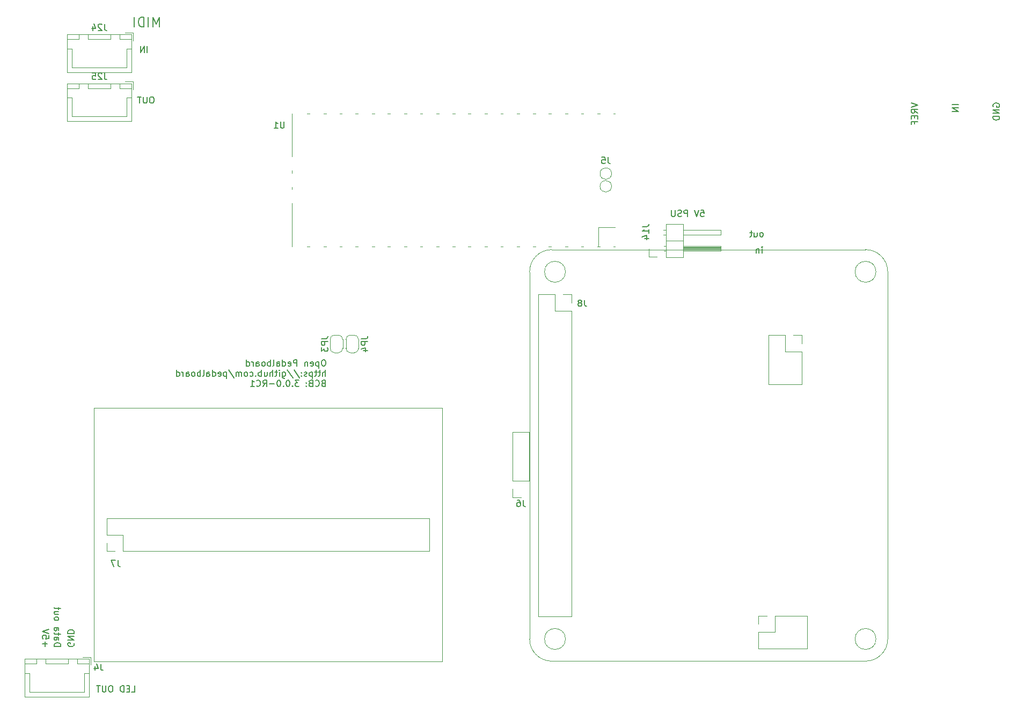
<source format=gbr>
%TF.GenerationSoftware,KiCad,Pcbnew,7.0.7-7.0.7~ubuntu23.04.1*%
%TF.CreationDate,2023-10-14T12:28:42+00:00*%
%TF.ProjectId,pedalboard-hw,70656461-6c62-46f6-9172-642d68772e6b,3.0.0-RC1*%
%TF.SameCoordinates,Original*%
%TF.FileFunction,Legend,Bot*%
%TF.FilePolarity,Positive*%
%FSLAX46Y46*%
G04 Gerber Fmt 4.6, Leading zero omitted, Abs format (unit mm)*
G04 Created by KiCad (PCBNEW 7.0.7-7.0.7~ubuntu23.04.1) date 2023-10-14 12:28:42*
%MOMM*%
%LPD*%
G01*
G04 APERTURE LIST*
%ADD10C,0.150000*%
%ADD11C,0.120000*%
%ADD12C,0.100000*%
G04 APERTURE END LIST*
D10*
X43082561Y-122139411D02*
X43130180Y-122234649D01*
X43130180Y-122234649D02*
X43130180Y-122377506D01*
X43130180Y-122377506D02*
X43082561Y-122520363D01*
X43082561Y-122520363D02*
X42987323Y-122615601D01*
X42987323Y-122615601D02*
X42892085Y-122663220D01*
X42892085Y-122663220D02*
X42701609Y-122710839D01*
X42701609Y-122710839D02*
X42558752Y-122710839D01*
X42558752Y-122710839D02*
X42368276Y-122663220D01*
X42368276Y-122663220D02*
X42273038Y-122615601D01*
X42273038Y-122615601D02*
X42177800Y-122520363D01*
X42177800Y-122520363D02*
X42130180Y-122377506D01*
X42130180Y-122377506D02*
X42130180Y-122282268D01*
X42130180Y-122282268D02*
X42177800Y-122139411D01*
X42177800Y-122139411D02*
X42225419Y-122091792D01*
X42225419Y-122091792D02*
X42558752Y-122091792D01*
X42558752Y-122091792D02*
X42558752Y-122282268D01*
X42130180Y-121663220D02*
X43130180Y-121663220D01*
X43130180Y-121663220D02*
X42130180Y-121091792D01*
X42130180Y-121091792D02*
X43130180Y-121091792D01*
X42130180Y-120615601D02*
X43130180Y-120615601D01*
X43130180Y-120615601D02*
X43130180Y-120377506D01*
X43130180Y-120377506D02*
X43082561Y-120234649D01*
X43082561Y-120234649D02*
X42987323Y-120139411D01*
X42987323Y-120139411D02*
X42892085Y-120091792D01*
X42892085Y-120091792D02*
X42701609Y-120044173D01*
X42701609Y-120044173D02*
X42558752Y-120044173D01*
X42558752Y-120044173D02*
X42368276Y-120091792D01*
X42368276Y-120091792D02*
X42273038Y-120139411D01*
X42273038Y-120139411D02*
X42177800Y-120234649D01*
X42177800Y-120234649D02*
X42130180Y-120377506D01*
X42130180Y-120377506D02*
X42130180Y-120615601D01*
X40012980Y-122663220D02*
X41012980Y-122663220D01*
X41012980Y-122663220D02*
X41012980Y-122425125D01*
X41012980Y-122425125D02*
X40965361Y-122282268D01*
X40965361Y-122282268D02*
X40870123Y-122187030D01*
X40870123Y-122187030D02*
X40774885Y-122139411D01*
X40774885Y-122139411D02*
X40584409Y-122091792D01*
X40584409Y-122091792D02*
X40441552Y-122091792D01*
X40441552Y-122091792D02*
X40251076Y-122139411D01*
X40251076Y-122139411D02*
X40155838Y-122187030D01*
X40155838Y-122187030D02*
X40060600Y-122282268D01*
X40060600Y-122282268D02*
X40012980Y-122425125D01*
X40012980Y-122425125D02*
X40012980Y-122663220D01*
X40012980Y-121234649D02*
X40536790Y-121234649D01*
X40536790Y-121234649D02*
X40632028Y-121282268D01*
X40632028Y-121282268D02*
X40679647Y-121377506D01*
X40679647Y-121377506D02*
X40679647Y-121567982D01*
X40679647Y-121567982D02*
X40632028Y-121663220D01*
X40060600Y-121234649D02*
X40012980Y-121329887D01*
X40012980Y-121329887D02*
X40012980Y-121567982D01*
X40012980Y-121567982D02*
X40060600Y-121663220D01*
X40060600Y-121663220D02*
X40155838Y-121710839D01*
X40155838Y-121710839D02*
X40251076Y-121710839D01*
X40251076Y-121710839D02*
X40346314Y-121663220D01*
X40346314Y-121663220D02*
X40393933Y-121567982D01*
X40393933Y-121567982D02*
X40393933Y-121329887D01*
X40393933Y-121329887D02*
X40441552Y-121234649D01*
X40679647Y-120901315D02*
X40679647Y-120520363D01*
X41012980Y-120758458D02*
X40155838Y-120758458D01*
X40155838Y-120758458D02*
X40060600Y-120710839D01*
X40060600Y-120710839D02*
X40012980Y-120615601D01*
X40012980Y-120615601D02*
X40012980Y-120520363D01*
X40012980Y-119758458D02*
X40536790Y-119758458D01*
X40536790Y-119758458D02*
X40632028Y-119806077D01*
X40632028Y-119806077D02*
X40679647Y-119901315D01*
X40679647Y-119901315D02*
X40679647Y-120091791D01*
X40679647Y-120091791D02*
X40632028Y-120187029D01*
X40060600Y-119758458D02*
X40012980Y-119853696D01*
X40012980Y-119853696D02*
X40012980Y-120091791D01*
X40012980Y-120091791D02*
X40060600Y-120187029D01*
X40060600Y-120187029D02*
X40155838Y-120234648D01*
X40155838Y-120234648D02*
X40251076Y-120234648D01*
X40251076Y-120234648D02*
X40346314Y-120187029D01*
X40346314Y-120187029D02*
X40393933Y-120091791D01*
X40393933Y-120091791D02*
X40393933Y-119853696D01*
X40393933Y-119853696D02*
X40441552Y-119758458D01*
X40012980Y-118377505D02*
X40060600Y-118472743D01*
X40060600Y-118472743D02*
X40108219Y-118520362D01*
X40108219Y-118520362D02*
X40203457Y-118567981D01*
X40203457Y-118567981D02*
X40489171Y-118567981D01*
X40489171Y-118567981D02*
X40584409Y-118520362D01*
X40584409Y-118520362D02*
X40632028Y-118472743D01*
X40632028Y-118472743D02*
X40679647Y-118377505D01*
X40679647Y-118377505D02*
X40679647Y-118234648D01*
X40679647Y-118234648D02*
X40632028Y-118139410D01*
X40632028Y-118139410D02*
X40584409Y-118091791D01*
X40584409Y-118091791D02*
X40489171Y-118044172D01*
X40489171Y-118044172D02*
X40203457Y-118044172D01*
X40203457Y-118044172D02*
X40108219Y-118091791D01*
X40108219Y-118091791D02*
X40060600Y-118139410D01*
X40060600Y-118139410D02*
X40012980Y-118234648D01*
X40012980Y-118234648D02*
X40012980Y-118377505D01*
X40679647Y-117187029D02*
X40012980Y-117187029D01*
X40679647Y-117615600D02*
X40155838Y-117615600D01*
X40155838Y-117615600D02*
X40060600Y-117567981D01*
X40060600Y-117567981D02*
X40012980Y-117472743D01*
X40012980Y-117472743D02*
X40012980Y-117329886D01*
X40012980Y-117329886D02*
X40060600Y-117234648D01*
X40060600Y-117234648D02*
X40108219Y-117187029D01*
X40679647Y-116853695D02*
X40679647Y-116472743D01*
X41012980Y-116710838D02*
X40155838Y-116710838D01*
X40155838Y-116710838D02*
X40060600Y-116663219D01*
X40060600Y-116663219D02*
X40012980Y-116567981D01*
X40012980Y-116567981D02*
X40012980Y-116472743D01*
X54663220Y-28869819D02*
X54663220Y-27869819D01*
X54187030Y-28869819D02*
X54187030Y-27869819D01*
X54187030Y-27869819D02*
X53615602Y-28869819D01*
X53615602Y-28869819D02*
X53615602Y-27869819D01*
X188147438Y-37436588D02*
X188099819Y-37341350D01*
X188099819Y-37341350D02*
X188099819Y-37198493D01*
X188099819Y-37198493D02*
X188147438Y-37055636D01*
X188147438Y-37055636D02*
X188242676Y-36960398D01*
X188242676Y-36960398D02*
X188337914Y-36912779D01*
X188337914Y-36912779D02*
X188528390Y-36865160D01*
X188528390Y-36865160D02*
X188671247Y-36865160D01*
X188671247Y-36865160D02*
X188861723Y-36912779D01*
X188861723Y-36912779D02*
X188956961Y-36960398D01*
X188956961Y-36960398D02*
X189052200Y-37055636D01*
X189052200Y-37055636D02*
X189099819Y-37198493D01*
X189099819Y-37198493D02*
X189099819Y-37293731D01*
X189099819Y-37293731D02*
X189052200Y-37436588D01*
X189052200Y-37436588D02*
X189004580Y-37484207D01*
X189004580Y-37484207D02*
X188671247Y-37484207D01*
X188671247Y-37484207D02*
X188671247Y-37293731D01*
X189099819Y-37912779D02*
X188099819Y-37912779D01*
X188099819Y-37912779D02*
X189099819Y-38484207D01*
X189099819Y-38484207D02*
X188099819Y-38484207D01*
X189099819Y-38960398D02*
X188099819Y-38960398D01*
X188099819Y-38960398D02*
X188099819Y-39198493D01*
X188099819Y-39198493D02*
X188147438Y-39341350D01*
X188147438Y-39341350D02*
X188242676Y-39436588D01*
X188242676Y-39436588D02*
X188337914Y-39484207D01*
X188337914Y-39484207D02*
X188528390Y-39531826D01*
X188528390Y-39531826D02*
X188671247Y-39531826D01*
X188671247Y-39531826D02*
X188861723Y-39484207D01*
X188861723Y-39484207D02*
X188956961Y-39436588D01*
X188956961Y-39436588D02*
X189052200Y-39341350D01*
X189052200Y-39341350D02*
X189099819Y-39198493D01*
X189099819Y-39198493D02*
X189099819Y-38960398D01*
X141987030Y-53769819D02*
X142463220Y-53769819D01*
X142463220Y-53769819D02*
X142510839Y-54246009D01*
X142510839Y-54246009D02*
X142463220Y-54198390D01*
X142463220Y-54198390D02*
X142367982Y-54150771D01*
X142367982Y-54150771D02*
X142129887Y-54150771D01*
X142129887Y-54150771D02*
X142034649Y-54198390D01*
X142034649Y-54198390D02*
X141987030Y-54246009D01*
X141987030Y-54246009D02*
X141939411Y-54341247D01*
X141939411Y-54341247D02*
X141939411Y-54579342D01*
X141939411Y-54579342D02*
X141987030Y-54674580D01*
X141987030Y-54674580D02*
X142034649Y-54722200D01*
X142034649Y-54722200D02*
X142129887Y-54769819D01*
X142129887Y-54769819D02*
X142367982Y-54769819D01*
X142367982Y-54769819D02*
X142463220Y-54722200D01*
X142463220Y-54722200D02*
X142510839Y-54674580D01*
X141653696Y-53769819D02*
X141320363Y-54769819D01*
X141320363Y-54769819D02*
X140987030Y-53769819D01*
X139891791Y-54769819D02*
X139891791Y-53769819D01*
X139891791Y-53769819D02*
X139510839Y-53769819D01*
X139510839Y-53769819D02*
X139415601Y-53817438D01*
X139415601Y-53817438D02*
X139367982Y-53865057D01*
X139367982Y-53865057D02*
X139320363Y-53960295D01*
X139320363Y-53960295D02*
X139320363Y-54103152D01*
X139320363Y-54103152D02*
X139367982Y-54198390D01*
X139367982Y-54198390D02*
X139415601Y-54246009D01*
X139415601Y-54246009D02*
X139510839Y-54293628D01*
X139510839Y-54293628D02*
X139891791Y-54293628D01*
X138939410Y-54722200D02*
X138796553Y-54769819D01*
X138796553Y-54769819D02*
X138558458Y-54769819D01*
X138558458Y-54769819D02*
X138463220Y-54722200D01*
X138463220Y-54722200D02*
X138415601Y-54674580D01*
X138415601Y-54674580D02*
X138367982Y-54579342D01*
X138367982Y-54579342D02*
X138367982Y-54484104D01*
X138367982Y-54484104D02*
X138415601Y-54388866D01*
X138415601Y-54388866D02*
X138463220Y-54341247D01*
X138463220Y-54341247D02*
X138558458Y-54293628D01*
X138558458Y-54293628D02*
X138748934Y-54246009D01*
X138748934Y-54246009D02*
X138844172Y-54198390D01*
X138844172Y-54198390D02*
X138891791Y-54150771D01*
X138891791Y-54150771D02*
X138939410Y-54055533D01*
X138939410Y-54055533D02*
X138939410Y-53960295D01*
X138939410Y-53960295D02*
X138891791Y-53865057D01*
X138891791Y-53865057D02*
X138844172Y-53817438D01*
X138844172Y-53817438D02*
X138748934Y-53769819D01*
X138748934Y-53769819D02*
X138510839Y-53769819D01*
X138510839Y-53769819D02*
X138367982Y-53817438D01*
X137939410Y-53769819D02*
X137939410Y-54579342D01*
X137939410Y-54579342D02*
X137891791Y-54674580D01*
X137891791Y-54674580D02*
X137844172Y-54722200D01*
X137844172Y-54722200D02*
X137748934Y-54769819D01*
X137748934Y-54769819D02*
X137558458Y-54769819D01*
X137558458Y-54769819D02*
X137463220Y-54722200D01*
X137463220Y-54722200D02*
X137415601Y-54674580D01*
X137415601Y-54674580D02*
X137367982Y-54579342D01*
X137367982Y-54579342D02*
X137367982Y-53769819D01*
X82572744Y-77399819D02*
X82382268Y-77399819D01*
X82382268Y-77399819D02*
X82287030Y-77447438D01*
X82287030Y-77447438D02*
X82191792Y-77542676D01*
X82191792Y-77542676D02*
X82144173Y-77733152D01*
X82144173Y-77733152D02*
X82144173Y-78066485D01*
X82144173Y-78066485D02*
X82191792Y-78256961D01*
X82191792Y-78256961D02*
X82287030Y-78352200D01*
X82287030Y-78352200D02*
X82382268Y-78399819D01*
X82382268Y-78399819D02*
X82572744Y-78399819D01*
X82572744Y-78399819D02*
X82667982Y-78352200D01*
X82667982Y-78352200D02*
X82763220Y-78256961D01*
X82763220Y-78256961D02*
X82810839Y-78066485D01*
X82810839Y-78066485D02*
X82810839Y-77733152D01*
X82810839Y-77733152D02*
X82763220Y-77542676D01*
X82763220Y-77542676D02*
X82667982Y-77447438D01*
X82667982Y-77447438D02*
X82572744Y-77399819D01*
X81715601Y-77733152D02*
X81715601Y-78733152D01*
X81715601Y-77780771D02*
X81620363Y-77733152D01*
X81620363Y-77733152D02*
X81429887Y-77733152D01*
X81429887Y-77733152D02*
X81334649Y-77780771D01*
X81334649Y-77780771D02*
X81287030Y-77828390D01*
X81287030Y-77828390D02*
X81239411Y-77923628D01*
X81239411Y-77923628D02*
X81239411Y-78209342D01*
X81239411Y-78209342D02*
X81287030Y-78304580D01*
X81287030Y-78304580D02*
X81334649Y-78352200D01*
X81334649Y-78352200D02*
X81429887Y-78399819D01*
X81429887Y-78399819D02*
X81620363Y-78399819D01*
X81620363Y-78399819D02*
X81715601Y-78352200D01*
X80429887Y-78352200D02*
X80525125Y-78399819D01*
X80525125Y-78399819D02*
X80715601Y-78399819D01*
X80715601Y-78399819D02*
X80810839Y-78352200D01*
X80810839Y-78352200D02*
X80858458Y-78256961D01*
X80858458Y-78256961D02*
X80858458Y-77876009D01*
X80858458Y-77876009D02*
X80810839Y-77780771D01*
X80810839Y-77780771D02*
X80715601Y-77733152D01*
X80715601Y-77733152D02*
X80525125Y-77733152D01*
X80525125Y-77733152D02*
X80429887Y-77780771D01*
X80429887Y-77780771D02*
X80382268Y-77876009D01*
X80382268Y-77876009D02*
X80382268Y-77971247D01*
X80382268Y-77971247D02*
X80858458Y-78066485D01*
X79953696Y-77733152D02*
X79953696Y-78399819D01*
X79953696Y-77828390D02*
X79906077Y-77780771D01*
X79906077Y-77780771D02*
X79810839Y-77733152D01*
X79810839Y-77733152D02*
X79667982Y-77733152D01*
X79667982Y-77733152D02*
X79572744Y-77780771D01*
X79572744Y-77780771D02*
X79525125Y-77876009D01*
X79525125Y-77876009D02*
X79525125Y-78399819D01*
X78287029Y-78399819D02*
X78287029Y-77399819D01*
X78287029Y-77399819D02*
X77906077Y-77399819D01*
X77906077Y-77399819D02*
X77810839Y-77447438D01*
X77810839Y-77447438D02*
X77763220Y-77495057D01*
X77763220Y-77495057D02*
X77715601Y-77590295D01*
X77715601Y-77590295D02*
X77715601Y-77733152D01*
X77715601Y-77733152D02*
X77763220Y-77828390D01*
X77763220Y-77828390D02*
X77810839Y-77876009D01*
X77810839Y-77876009D02*
X77906077Y-77923628D01*
X77906077Y-77923628D02*
X78287029Y-77923628D01*
X76906077Y-78352200D02*
X77001315Y-78399819D01*
X77001315Y-78399819D02*
X77191791Y-78399819D01*
X77191791Y-78399819D02*
X77287029Y-78352200D01*
X77287029Y-78352200D02*
X77334648Y-78256961D01*
X77334648Y-78256961D02*
X77334648Y-77876009D01*
X77334648Y-77876009D02*
X77287029Y-77780771D01*
X77287029Y-77780771D02*
X77191791Y-77733152D01*
X77191791Y-77733152D02*
X77001315Y-77733152D01*
X77001315Y-77733152D02*
X76906077Y-77780771D01*
X76906077Y-77780771D02*
X76858458Y-77876009D01*
X76858458Y-77876009D02*
X76858458Y-77971247D01*
X76858458Y-77971247D02*
X77334648Y-78066485D01*
X76001315Y-78399819D02*
X76001315Y-77399819D01*
X76001315Y-78352200D02*
X76096553Y-78399819D01*
X76096553Y-78399819D02*
X76287029Y-78399819D01*
X76287029Y-78399819D02*
X76382267Y-78352200D01*
X76382267Y-78352200D02*
X76429886Y-78304580D01*
X76429886Y-78304580D02*
X76477505Y-78209342D01*
X76477505Y-78209342D02*
X76477505Y-77923628D01*
X76477505Y-77923628D02*
X76429886Y-77828390D01*
X76429886Y-77828390D02*
X76382267Y-77780771D01*
X76382267Y-77780771D02*
X76287029Y-77733152D01*
X76287029Y-77733152D02*
X76096553Y-77733152D01*
X76096553Y-77733152D02*
X76001315Y-77780771D01*
X75096553Y-78399819D02*
X75096553Y-77876009D01*
X75096553Y-77876009D02*
X75144172Y-77780771D01*
X75144172Y-77780771D02*
X75239410Y-77733152D01*
X75239410Y-77733152D02*
X75429886Y-77733152D01*
X75429886Y-77733152D02*
X75525124Y-77780771D01*
X75096553Y-78352200D02*
X75191791Y-78399819D01*
X75191791Y-78399819D02*
X75429886Y-78399819D01*
X75429886Y-78399819D02*
X75525124Y-78352200D01*
X75525124Y-78352200D02*
X75572743Y-78256961D01*
X75572743Y-78256961D02*
X75572743Y-78161723D01*
X75572743Y-78161723D02*
X75525124Y-78066485D01*
X75525124Y-78066485D02*
X75429886Y-78018866D01*
X75429886Y-78018866D02*
X75191791Y-78018866D01*
X75191791Y-78018866D02*
X75096553Y-77971247D01*
X74477505Y-78399819D02*
X74572743Y-78352200D01*
X74572743Y-78352200D02*
X74620362Y-78256961D01*
X74620362Y-78256961D02*
X74620362Y-77399819D01*
X74096552Y-78399819D02*
X74096552Y-77399819D01*
X74096552Y-77780771D02*
X74001314Y-77733152D01*
X74001314Y-77733152D02*
X73810838Y-77733152D01*
X73810838Y-77733152D02*
X73715600Y-77780771D01*
X73715600Y-77780771D02*
X73667981Y-77828390D01*
X73667981Y-77828390D02*
X73620362Y-77923628D01*
X73620362Y-77923628D02*
X73620362Y-78209342D01*
X73620362Y-78209342D02*
X73667981Y-78304580D01*
X73667981Y-78304580D02*
X73715600Y-78352200D01*
X73715600Y-78352200D02*
X73810838Y-78399819D01*
X73810838Y-78399819D02*
X74001314Y-78399819D01*
X74001314Y-78399819D02*
X74096552Y-78352200D01*
X73048933Y-78399819D02*
X73144171Y-78352200D01*
X73144171Y-78352200D02*
X73191790Y-78304580D01*
X73191790Y-78304580D02*
X73239409Y-78209342D01*
X73239409Y-78209342D02*
X73239409Y-77923628D01*
X73239409Y-77923628D02*
X73191790Y-77828390D01*
X73191790Y-77828390D02*
X73144171Y-77780771D01*
X73144171Y-77780771D02*
X73048933Y-77733152D01*
X73048933Y-77733152D02*
X72906076Y-77733152D01*
X72906076Y-77733152D02*
X72810838Y-77780771D01*
X72810838Y-77780771D02*
X72763219Y-77828390D01*
X72763219Y-77828390D02*
X72715600Y-77923628D01*
X72715600Y-77923628D02*
X72715600Y-78209342D01*
X72715600Y-78209342D02*
X72763219Y-78304580D01*
X72763219Y-78304580D02*
X72810838Y-78352200D01*
X72810838Y-78352200D02*
X72906076Y-78399819D01*
X72906076Y-78399819D02*
X73048933Y-78399819D01*
X71858457Y-78399819D02*
X71858457Y-77876009D01*
X71858457Y-77876009D02*
X71906076Y-77780771D01*
X71906076Y-77780771D02*
X72001314Y-77733152D01*
X72001314Y-77733152D02*
X72191790Y-77733152D01*
X72191790Y-77733152D02*
X72287028Y-77780771D01*
X71858457Y-78352200D02*
X71953695Y-78399819D01*
X71953695Y-78399819D02*
X72191790Y-78399819D01*
X72191790Y-78399819D02*
X72287028Y-78352200D01*
X72287028Y-78352200D02*
X72334647Y-78256961D01*
X72334647Y-78256961D02*
X72334647Y-78161723D01*
X72334647Y-78161723D02*
X72287028Y-78066485D01*
X72287028Y-78066485D02*
X72191790Y-78018866D01*
X72191790Y-78018866D02*
X71953695Y-78018866D01*
X71953695Y-78018866D02*
X71858457Y-77971247D01*
X71382266Y-78399819D02*
X71382266Y-77733152D01*
X71382266Y-77923628D02*
X71334647Y-77828390D01*
X71334647Y-77828390D02*
X71287028Y-77780771D01*
X71287028Y-77780771D02*
X71191790Y-77733152D01*
X71191790Y-77733152D02*
X71096552Y-77733152D01*
X70334647Y-78399819D02*
X70334647Y-77399819D01*
X70334647Y-78352200D02*
X70429885Y-78399819D01*
X70429885Y-78399819D02*
X70620361Y-78399819D01*
X70620361Y-78399819D02*
X70715599Y-78352200D01*
X70715599Y-78352200D02*
X70763218Y-78304580D01*
X70763218Y-78304580D02*
X70810837Y-78209342D01*
X70810837Y-78209342D02*
X70810837Y-77923628D01*
X70810837Y-77923628D02*
X70763218Y-77828390D01*
X70763218Y-77828390D02*
X70715599Y-77780771D01*
X70715599Y-77780771D02*
X70620361Y-77733152D01*
X70620361Y-77733152D02*
X70429885Y-77733152D01*
X70429885Y-77733152D02*
X70334647Y-77780771D01*
X82763220Y-80009819D02*
X82763220Y-79009819D01*
X82334649Y-80009819D02*
X82334649Y-79486009D01*
X82334649Y-79486009D02*
X82382268Y-79390771D01*
X82382268Y-79390771D02*
X82477506Y-79343152D01*
X82477506Y-79343152D02*
X82620363Y-79343152D01*
X82620363Y-79343152D02*
X82715601Y-79390771D01*
X82715601Y-79390771D02*
X82763220Y-79438390D01*
X82001315Y-79343152D02*
X81620363Y-79343152D01*
X81858458Y-79009819D02*
X81858458Y-79866961D01*
X81858458Y-79866961D02*
X81810839Y-79962200D01*
X81810839Y-79962200D02*
X81715601Y-80009819D01*
X81715601Y-80009819D02*
X81620363Y-80009819D01*
X81429886Y-79343152D02*
X81048934Y-79343152D01*
X81287029Y-79009819D02*
X81287029Y-79866961D01*
X81287029Y-79866961D02*
X81239410Y-79962200D01*
X81239410Y-79962200D02*
X81144172Y-80009819D01*
X81144172Y-80009819D02*
X81048934Y-80009819D01*
X80715600Y-79343152D02*
X80715600Y-80343152D01*
X80715600Y-79390771D02*
X80620362Y-79343152D01*
X80620362Y-79343152D02*
X80429886Y-79343152D01*
X80429886Y-79343152D02*
X80334648Y-79390771D01*
X80334648Y-79390771D02*
X80287029Y-79438390D01*
X80287029Y-79438390D02*
X80239410Y-79533628D01*
X80239410Y-79533628D02*
X80239410Y-79819342D01*
X80239410Y-79819342D02*
X80287029Y-79914580D01*
X80287029Y-79914580D02*
X80334648Y-79962200D01*
X80334648Y-79962200D02*
X80429886Y-80009819D01*
X80429886Y-80009819D02*
X80620362Y-80009819D01*
X80620362Y-80009819D02*
X80715600Y-79962200D01*
X79858457Y-79962200D02*
X79763219Y-80009819D01*
X79763219Y-80009819D02*
X79572743Y-80009819D01*
X79572743Y-80009819D02*
X79477505Y-79962200D01*
X79477505Y-79962200D02*
X79429886Y-79866961D01*
X79429886Y-79866961D02*
X79429886Y-79819342D01*
X79429886Y-79819342D02*
X79477505Y-79724104D01*
X79477505Y-79724104D02*
X79572743Y-79676485D01*
X79572743Y-79676485D02*
X79715600Y-79676485D01*
X79715600Y-79676485D02*
X79810838Y-79628866D01*
X79810838Y-79628866D02*
X79858457Y-79533628D01*
X79858457Y-79533628D02*
X79858457Y-79486009D01*
X79858457Y-79486009D02*
X79810838Y-79390771D01*
X79810838Y-79390771D02*
X79715600Y-79343152D01*
X79715600Y-79343152D02*
X79572743Y-79343152D01*
X79572743Y-79343152D02*
X79477505Y-79390771D01*
X79001314Y-79914580D02*
X78953695Y-79962200D01*
X78953695Y-79962200D02*
X79001314Y-80009819D01*
X79001314Y-80009819D02*
X79048933Y-79962200D01*
X79048933Y-79962200D02*
X79001314Y-79914580D01*
X79001314Y-79914580D02*
X79001314Y-80009819D01*
X79001314Y-79390771D02*
X78953695Y-79438390D01*
X78953695Y-79438390D02*
X79001314Y-79486009D01*
X79001314Y-79486009D02*
X79048933Y-79438390D01*
X79048933Y-79438390D02*
X79001314Y-79390771D01*
X79001314Y-79390771D02*
X79001314Y-79486009D01*
X77810839Y-78962200D02*
X78667981Y-80247914D01*
X76763220Y-78962200D02*
X77620362Y-80247914D01*
X76001315Y-79343152D02*
X76001315Y-80152676D01*
X76001315Y-80152676D02*
X76048934Y-80247914D01*
X76048934Y-80247914D02*
X76096553Y-80295533D01*
X76096553Y-80295533D02*
X76191791Y-80343152D01*
X76191791Y-80343152D02*
X76334648Y-80343152D01*
X76334648Y-80343152D02*
X76429886Y-80295533D01*
X76001315Y-79962200D02*
X76096553Y-80009819D01*
X76096553Y-80009819D02*
X76287029Y-80009819D01*
X76287029Y-80009819D02*
X76382267Y-79962200D01*
X76382267Y-79962200D02*
X76429886Y-79914580D01*
X76429886Y-79914580D02*
X76477505Y-79819342D01*
X76477505Y-79819342D02*
X76477505Y-79533628D01*
X76477505Y-79533628D02*
X76429886Y-79438390D01*
X76429886Y-79438390D02*
X76382267Y-79390771D01*
X76382267Y-79390771D02*
X76287029Y-79343152D01*
X76287029Y-79343152D02*
X76096553Y-79343152D01*
X76096553Y-79343152D02*
X76001315Y-79390771D01*
X75525124Y-80009819D02*
X75525124Y-79343152D01*
X75525124Y-79009819D02*
X75572743Y-79057438D01*
X75572743Y-79057438D02*
X75525124Y-79105057D01*
X75525124Y-79105057D02*
X75477505Y-79057438D01*
X75477505Y-79057438D02*
X75525124Y-79009819D01*
X75525124Y-79009819D02*
X75525124Y-79105057D01*
X75191791Y-79343152D02*
X74810839Y-79343152D01*
X75048934Y-79009819D02*
X75048934Y-79866961D01*
X75048934Y-79866961D02*
X75001315Y-79962200D01*
X75001315Y-79962200D02*
X74906077Y-80009819D01*
X74906077Y-80009819D02*
X74810839Y-80009819D01*
X74477505Y-80009819D02*
X74477505Y-79009819D01*
X74048934Y-80009819D02*
X74048934Y-79486009D01*
X74048934Y-79486009D02*
X74096553Y-79390771D01*
X74096553Y-79390771D02*
X74191791Y-79343152D01*
X74191791Y-79343152D02*
X74334648Y-79343152D01*
X74334648Y-79343152D02*
X74429886Y-79390771D01*
X74429886Y-79390771D02*
X74477505Y-79438390D01*
X73144172Y-79343152D02*
X73144172Y-80009819D01*
X73572743Y-79343152D02*
X73572743Y-79866961D01*
X73572743Y-79866961D02*
X73525124Y-79962200D01*
X73525124Y-79962200D02*
X73429886Y-80009819D01*
X73429886Y-80009819D02*
X73287029Y-80009819D01*
X73287029Y-80009819D02*
X73191791Y-79962200D01*
X73191791Y-79962200D02*
X73144172Y-79914580D01*
X72667981Y-80009819D02*
X72667981Y-79009819D01*
X72667981Y-79390771D02*
X72572743Y-79343152D01*
X72572743Y-79343152D02*
X72382267Y-79343152D01*
X72382267Y-79343152D02*
X72287029Y-79390771D01*
X72287029Y-79390771D02*
X72239410Y-79438390D01*
X72239410Y-79438390D02*
X72191791Y-79533628D01*
X72191791Y-79533628D02*
X72191791Y-79819342D01*
X72191791Y-79819342D02*
X72239410Y-79914580D01*
X72239410Y-79914580D02*
X72287029Y-79962200D01*
X72287029Y-79962200D02*
X72382267Y-80009819D01*
X72382267Y-80009819D02*
X72572743Y-80009819D01*
X72572743Y-80009819D02*
X72667981Y-79962200D01*
X71763219Y-79914580D02*
X71715600Y-79962200D01*
X71715600Y-79962200D02*
X71763219Y-80009819D01*
X71763219Y-80009819D02*
X71810838Y-79962200D01*
X71810838Y-79962200D02*
X71763219Y-79914580D01*
X71763219Y-79914580D02*
X71763219Y-80009819D01*
X70858458Y-79962200D02*
X70953696Y-80009819D01*
X70953696Y-80009819D02*
X71144172Y-80009819D01*
X71144172Y-80009819D02*
X71239410Y-79962200D01*
X71239410Y-79962200D02*
X71287029Y-79914580D01*
X71287029Y-79914580D02*
X71334648Y-79819342D01*
X71334648Y-79819342D02*
X71334648Y-79533628D01*
X71334648Y-79533628D02*
X71287029Y-79438390D01*
X71287029Y-79438390D02*
X71239410Y-79390771D01*
X71239410Y-79390771D02*
X71144172Y-79343152D01*
X71144172Y-79343152D02*
X70953696Y-79343152D01*
X70953696Y-79343152D02*
X70858458Y-79390771D01*
X70287029Y-80009819D02*
X70382267Y-79962200D01*
X70382267Y-79962200D02*
X70429886Y-79914580D01*
X70429886Y-79914580D02*
X70477505Y-79819342D01*
X70477505Y-79819342D02*
X70477505Y-79533628D01*
X70477505Y-79533628D02*
X70429886Y-79438390D01*
X70429886Y-79438390D02*
X70382267Y-79390771D01*
X70382267Y-79390771D02*
X70287029Y-79343152D01*
X70287029Y-79343152D02*
X70144172Y-79343152D01*
X70144172Y-79343152D02*
X70048934Y-79390771D01*
X70048934Y-79390771D02*
X70001315Y-79438390D01*
X70001315Y-79438390D02*
X69953696Y-79533628D01*
X69953696Y-79533628D02*
X69953696Y-79819342D01*
X69953696Y-79819342D02*
X70001315Y-79914580D01*
X70001315Y-79914580D02*
X70048934Y-79962200D01*
X70048934Y-79962200D02*
X70144172Y-80009819D01*
X70144172Y-80009819D02*
X70287029Y-80009819D01*
X69525124Y-80009819D02*
X69525124Y-79343152D01*
X69525124Y-79438390D02*
X69477505Y-79390771D01*
X69477505Y-79390771D02*
X69382267Y-79343152D01*
X69382267Y-79343152D02*
X69239410Y-79343152D01*
X69239410Y-79343152D02*
X69144172Y-79390771D01*
X69144172Y-79390771D02*
X69096553Y-79486009D01*
X69096553Y-79486009D02*
X69096553Y-80009819D01*
X69096553Y-79486009D02*
X69048934Y-79390771D01*
X69048934Y-79390771D02*
X68953696Y-79343152D01*
X68953696Y-79343152D02*
X68810839Y-79343152D01*
X68810839Y-79343152D02*
X68715600Y-79390771D01*
X68715600Y-79390771D02*
X68667981Y-79486009D01*
X68667981Y-79486009D02*
X68667981Y-80009819D01*
X67477506Y-78962200D02*
X68334648Y-80247914D01*
X67144172Y-79343152D02*
X67144172Y-80343152D01*
X67144172Y-79390771D02*
X67048934Y-79343152D01*
X67048934Y-79343152D02*
X66858458Y-79343152D01*
X66858458Y-79343152D02*
X66763220Y-79390771D01*
X66763220Y-79390771D02*
X66715601Y-79438390D01*
X66715601Y-79438390D02*
X66667982Y-79533628D01*
X66667982Y-79533628D02*
X66667982Y-79819342D01*
X66667982Y-79819342D02*
X66715601Y-79914580D01*
X66715601Y-79914580D02*
X66763220Y-79962200D01*
X66763220Y-79962200D02*
X66858458Y-80009819D01*
X66858458Y-80009819D02*
X67048934Y-80009819D01*
X67048934Y-80009819D02*
X67144172Y-79962200D01*
X65858458Y-79962200D02*
X65953696Y-80009819D01*
X65953696Y-80009819D02*
X66144172Y-80009819D01*
X66144172Y-80009819D02*
X66239410Y-79962200D01*
X66239410Y-79962200D02*
X66287029Y-79866961D01*
X66287029Y-79866961D02*
X66287029Y-79486009D01*
X66287029Y-79486009D02*
X66239410Y-79390771D01*
X66239410Y-79390771D02*
X66144172Y-79343152D01*
X66144172Y-79343152D02*
X65953696Y-79343152D01*
X65953696Y-79343152D02*
X65858458Y-79390771D01*
X65858458Y-79390771D02*
X65810839Y-79486009D01*
X65810839Y-79486009D02*
X65810839Y-79581247D01*
X65810839Y-79581247D02*
X66287029Y-79676485D01*
X64953696Y-80009819D02*
X64953696Y-79009819D01*
X64953696Y-79962200D02*
X65048934Y-80009819D01*
X65048934Y-80009819D02*
X65239410Y-80009819D01*
X65239410Y-80009819D02*
X65334648Y-79962200D01*
X65334648Y-79962200D02*
X65382267Y-79914580D01*
X65382267Y-79914580D02*
X65429886Y-79819342D01*
X65429886Y-79819342D02*
X65429886Y-79533628D01*
X65429886Y-79533628D02*
X65382267Y-79438390D01*
X65382267Y-79438390D02*
X65334648Y-79390771D01*
X65334648Y-79390771D02*
X65239410Y-79343152D01*
X65239410Y-79343152D02*
X65048934Y-79343152D01*
X65048934Y-79343152D02*
X64953696Y-79390771D01*
X64048934Y-80009819D02*
X64048934Y-79486009D01*
X64048934Y-79486009D02*
X64096553Y-79390771D01*
X64096553Y-79390771D02*
X64191791Y-79343152D01*
X64191791Y-79343152D02*
X64382267Y-79343152D01*
X64382267Y-79343152D02*
X64477505Y-79390771D01*
X64048934Y-79962200D02*
X64144172Y-80009819D01*
X64144172Y-80009819D02*
X64382267Y-80009819D01*
X64382267Y-80009819D02*
X64477505Y-79962200D01*
X64477505Y-79962200D02*
X64525124Y-79866961D01*
X64525124Y-79866961D02*
X64525124Y-79771723D01*
X64525124Y-79771723D02*
X64477505Y-79676485D01*
X64477505Y-79676485D02*
X64382267Y-79628866D01*
X64382267Y-79628866D02*
X64144172Y-79628866D01*
X64144172Y-79628866D02*
X64048934Y-79581247D01*
X63429886Y-80009819D02*
X63525124Y-79962200D01*
X63525124Y-79962200D02*
X63572743Y-79866961D01*
X63572743Y-79866961D02*
X63572743Y-79009819D01*
X63048933Y-80009819D02*
X63048933Y-79009819D01*
X63048933Y-79390771D02*
X62953695Y-79343152D01*
X62953695Y-79343152D02*
X62763219Y-79343152D01*
X62763219Y-79343152D02*
X62667981Y-79390771D01*
X62667981Y-79390771D02*
X62620362Y-79438390D01*
X62620362Y-79438390D02*
X62572743Y-79533628D01*
X62572743Y-79533628D02*
X62572743Y-79819342D01*
X62572743Y-79819342D02*
X62620362Y-79914580D01*
X62620362Y-79914580D02*
X62667981Y-79962200D01*
X62667981Y-79962200D02*
X62763219Y-80009819D01*
X62763219Y-80009819D02*
X62953695Y-80009819D01*
X62953695Y-80009819D02*
X63048933Y-79962200D01*
X62001314Y-80009819D02*
X62096552Y-79962200D01*
X62096552Y-79962200D02*
X62144171Y-79914580D01*
X62144171Y-79914580D02*
X62191790Y-79819342D01*
X62191790Y-79819342D02*
X62191790Y-79533628D01*
X62191790Y-79533628D02*
X62144171Y-79438390D01*
X62144171Y-79438390D02*
X62096552Y-79390771D01*
X62096552Y-79390771D02*
X62001314Y-79343152D01*
X62001314Y-79343152D02*
X61858457Y-79343152D01*
X61858457Y-79343152D02*
X61763219Y-79390771D01*
X61763219Y-79390771D02*
X61715600Y-79438390D01*
X61715600Y-79438390D02*
X61667981Y-79533628D01*
X61667981Y-79533628D02*
X61667981Y-79819342D01*
X61667981Y-79819342D02*
X61715600Y-79914580D01*
X61715600Y-79914580D02*
X61763219Y-79962200D01*
X61763219Y-79962200D02*
X61858457Y-80009819D01*
X61858457Y-80009819D02*
X62001314Y-80009819D01*
X60810838Y-80009819D02*
X60810838Y-79486009D01*
X60810838Y-79486009D02*
X60858457Y-79390771D01*
X60858457Y-79390771D02*
X60953695Y-79343152D01*
X60953695Y-79343152D02*
X61144171Y-79343152D01*
X61144171Y-79343152D02*
X61239409Y-79390771D01*
X60810838Y-79962200D02*
X60906076Y-80009819D01*
X60906076Y-80009819D02*
X61144171Y-80009819D01*
X61144171Y-80009819D02*
X61239409Y-79962200D01*
X61239409Y-79962200D02*
X61287028Y-79866961D01*
X61287028Y-79866961D02*
X61287028Y-79771723D01*
X61287028Y-79771723D02*
X61239409Y-79676485D01*
X61239409Y-79676485D02*
X61144171Y-79628866D01*
X61144171Y-79628866D02*
X60906076Y-79628866D01*
X60906076Y-79628866D02*
X60810838Y-79581247D01*
X60334647Y-80009819D02*
X60334647Y-79343152D01*
X60334647Y-79533628D02*
X60287028Y-79438390D01*
X60287028Y-79438390D02*
X60239409Y-79390771D01*
X60239409Y-79390771D02*
X60144171Y-79343152D01*
X60144171Y-79343152D02*
X60048933Y-79343152D01*
X59287028Y-80009819D02*
X59287028Y-79009819D01*
X59287028Y-79962200D02*
X59382266Y-80009819D01*
X59382266Y-80009819D02*
X59572742Y-80009819D01*
X59572742Y-80009819D02*
X59667980Y-79962200D01*
X59667980Y-79962200D02*
X59715599Y-79914580D01*
X59715599Y-79914580D02*
X59763218Y-79819342D01*
X59763218Y-79819342D02*
X59763218Y-79533628D01*
X59763218Y-79533628D02*
X59715599Y-79438390D01*
X59715599Y-79438390D02*
X59667980Y-79390771D01*
X59667980Y-79390771D02*
X59572742Y-79343152D01*
X59572742Y-79343152D02*
X59382266Y-79343152D01*
X59382266Y-79343152D02*
X59287028Y-79390771D01*
X82429887Y-81096009D02*
X82287030Y-81143628D01*
X82287030Y-81143628D02*
X82239411Y-81191247D01*
X82239411Y-81191247D02*
X82191792Y-81286485D01*
X82191792Y-81286485D02*
X82191792Y-81429342D01*
X82191792Y-81429342D02*
X82239411Y-81524580D01*
X82239411Y-81524580D02*
X82287030Y-81572200D01*
X82287030Y-81572200D02*
X82382268Y-81619819D01*
X82382268Y-81619819D02*
X82763220Y-81619819D01*
X82763220Y-81619819D02*
X82763220Y-80619819D01*
X82763220Y-80619819D02*
X82429887Y-80619819D01*
X82429887Y-80619819D02*
X82334649Y-80667438D01*
X82334649Y-80667438D02*
X82287030Y-80715057D01*
X82287030Y-80715057D02*
X82239411Y-80810295D01*
X82239411Y-80810295D02*
X82239411Y-80905533D01*
X82239411Y-80905533D02*
X82287030Y-81000771D01*
X82287030Y-81000771D02*
X82334649Y-81048390D01*
X82334649Y-81048390D02*
X82429887Y-81096009D01*
X82429887Y-81096009D02*
X82763220Y-81096009D01*
X81191792Y-81524580D02*
X81239411Y-81572200D01*
X81239411Y-81572200D02*
X81382268Y-81619819D01*
X81382268Y-81619819D02*
X81477506Y-81619819D01*
X81477506Y-81619819D02*
X81620363Y-81572200D01*
X81620363Y-81572200D02*
X81715601Y-81476961D01*
X81715601Y-81476961D02*
X81763220Y-81381723D01*
X81763220Y-81381723D02*
X81810839Y-81191247D01*
X81810839Y-81191247D02*
X81810839Y-81048390D01*
X81810839Y-81048390D02*
X81763220Y-80857914D01*
X81763220Y-80857914D02*
X81715601Y-80762676D01*
X81715601Y-80762676D02*
X81620363Y-80667438D01*
X81620363Y-80667438D02*
X81477506Y-80619819D01*
X81477506Y-80619819D02*
X81382268Y-80619819D01*
X81382268Y-80619819D02*
X81239411Y-80667438D01*
X81239411Y-80667438D02*
X81191792Y-80715057D01*
X80429887Y-81096009D02*
X80287030Y-81143628D01*
X80287030Y-81143628D02*
X80239411Y-81191247D01*
X80239411Y-81191247D02*
X80191792Y-81286485D01*
X80191792Y-81286485D02*
X80191792Y-81429342D01*
X80191792Y-81429342D02*
X80239411Y-81524580D01*
X80239411Y-81524580D02*
X80287030Y-81572200D01*
X80287030Y-81572200D02*
X80382268Y-81619819D01*
X80382268Y-81619819D02*
X80763220Y-81619819D01*
X80763220Y-81619819D02*
X80763220Y-80619819D01*
X80763220Y-80619819D02*
X80429887Y-80619819D01*
X80429887Y-80619819D02*
X80334649Y-80667438D01*
X80334649Y-80667438D02*
X80287030Y-80715057D01*
X80287030Y-80715057D02*
X80239411Y-80810295D01*
X80239411Y-80810295D02*
X80239411Y-80905533D01*
X80239411Y-80905533D02*
X80287030Y-81000771D01*
X80287030Y-81000771D02*
X80334649Y-81048390D01*
X80334649Y-81048390D02*
X80429887Y-81096009D01*
X80429887Y-81096009D02*
X80763220Y-81096009D01*
X79763220Y-81524580D02*
X79715601Y-81572200D01*
X79715601Y-81572200D02*
X79763220Y-81619819D01*
X79763220Y-81619819D02*
X79810839Y-81572200D01*
X79810839Y-81572200D02*
X79763220Y-81524580D01*
X79763220Y-81524580D02*
X79763220Y-81619819D01*
X79763220Y-81000771D02*
X79715601Y-81048390D01*
X79715601Y-81048390D02*
X79763220Y-81096009D01*
X79763220Y-81096009D02*
X79810839Y-81048390D01*
X79810839Y-81048390D02*
X79763220Y-81000771D01*
X79763220Y-81000771D02*
X79763220Y-81096009D01*
X78620363Y-80619819D02*
X78001316Y-80619819D01*
X78001316Y-80619819D02*
X78334649Y-81000771D01*
X78334649Y-81000771D02*
X78191792Y-81000771D01*
X78191792Y-81000771D02*
X78096554Y-81048390D01*
X78096554Y-81048390D02*
X78048935Y-81096009D01*
X78048935Y-81096009D02*
X78001316Y-81191247D01*
X78001316Y-81191247D02*
X78001316Y-81429342D01*
X78001316Y-81429342D02*
X78048935Y-81524580D01*
X78048935Y-81524580D02*
X78096554Y-81572200D01*
X78096554Y-81572200D02*
X78191792Y-81619819D01*
X78191792Y-81619819D02*
X78477506Y-81619819D01*
X78477506Y-81619819D02*
X78572744Y-81572200D01*
X78572744Y-81572200D02*
X78620363Y-81524580D01*
X77572744Y-81524580D02*
X77525125Y-81572200D01*
X77525125Y-81572200D02*
X77572744Y-81619819D01*
X77572744Y-81619819D02*
X77620363Y-81572200D01*
X77620363Y-81572200D02*
X77572744Y-81524580D01*
X77572744Y-81524580D02*
X77572744Y-81619819D01*
X76906078Y-80619819D02*
X76810840Y-80619819D01*
X76810840Y-80619819D02*
X76715602Y-80667438D01*
X76715602Y-80667438D02*
X76667983Y-80715057D01*
X76667983Y-80715057D02*
X76620364Y-80810295D01*
X76620364Y-80810295D02*
X76572745Y-81000771D01*
X76572745Y-81000771D02*
X76572745Y-81238866D01*
X76572745Y-81238866D02*
X76620364Y-81429342D01*
X76620364Y-81429342D02*
X76667983Y-81524580D01*
X76667983Y-81524580D02*
X76715602Y-81572200D01*
X76715602Y-81572200D02*
X76810840Y-81619819D01*
X76810840Y-81619819D02*
X76906078Y-81619819D01*
X76906078Y-81619819D02*
X77001316Y-81572200D01*
X77001316Y-81572200D02*
X77048935Y-81524580D01*
X77048935Y-81524580D02*
X77096554Y-81429342D01*
X77096554Y-81429342D02*
X77144173Y-81238866D01*
X77144173Y-81238866D02*
X77144173Y-81000771D01*
X77144173Y-81000771D02*
X77096554Y-80810295D01*
X77096554Y-80810295D02*
X77048935Y-80715057D01*
X77048935Y-80715057D02*
X77001316Y-80667438D01*
X77001316Y-80667438D02*
X76906078Y-80619819D01*
X76144173Y-81524580D02*
X76096554Y-81572200D01*
X76096554Y-81572200D02*
X76144173Y-81619819D01*
X76144173Y-81619819D02*
X76191792Y-81572200D01*
X76191792Y-81572200D02*
X76144173Y-81524580D01*
X76144173Y-81524580D02*
X76144173Y-81619819D01*
X75477507Y-80619819D02*
X75382269Y-80619819D01*
X75382269Y-80619819D02*
X75287031Y-80667438D01*
X75287031Y-80667438D02*
X75239412Y-80715057D01*
X75239412Y-80715057D02*
X75191793Y-80810295D01*
X75191793Y-80810295D02*
X75144174Y-81000771D01*
X75144174Y-81000771D02*
X75144174Y-81238866D01*
X75144174Y-81238866D02*
X75191793Y-81429342D01*
X75191793Y-81429342D02*
X75239412Y-81524580D01*
X75239412Y-81524580D02*
X75287031Y-81572200D01*
X75287031Y-81572200D02*
X75382269Y-81619819D01*
X75382269Y-81619819D02*
X75477507Y-81619819D01*
X75477507Y-81619819D02*
X75572745Y-81572200D01*
X75572745Y-81572200D02*
X75620364Y-81524580D01*
X75620364Y-81524580D02*
X75667983Y-81429342D01*
X75667983Y-81429342D02*
X75715602Y-81238866D01*
X75715602Y-81238866D02*
X75715602Y-81000771D01*
X75715602Y-81000771D02*
X75667983Y-80810295D01*
X75667983Y-80810295D02*
X75620364Y-80715057D01*
X75620364Y-80715057D02*
X75572745Y-80667438D01*
X75572745Y-80667438D02*
X75477507Y-80619819D01*
X74715602Y-81238866D02*
X73953698Y-81238866D01*
X72906079Y-81619819D02*
X73239412Y-81143628D01*
X73477507Y-81619819D02*
X73477507Y-80619819D01*
X73477507Y-80619819D02*
X73096555Y-80619819D01*
X73096555Y-80619819D02*
X73001317Y-80667438D01*
X73001317Y-80667438D02*
X72953698Y-80715057D01*
X72953698Y-80715057D02*
X72906079Y-80810295D01*
X72906079Y-80810295D02*
X72906079Y-80953152D01*
X72906079Y-80953152D02*
X72953698Y-81048390D01*
X72953698Y-81048390D02*
X73001317Y-81096009D01*
X73001317Y-81096009D02*
X73096555Y-81143628D01*
X73096555Y-81143628D02*
X73477507Y-81143628D01*
X71906079Y-81524580D02*
X71953698Y-81572200D01*
X71953698Y-81572200D02*
X72096555Y-81619819D01*
X72096555Y-81619819D02*
X72191793Y-81619819D01*
X72191793Y-81619819D02*
X72334650Y-81572200D01*
X72334650Y-81572200D02*
X72429888Y-81476961D01*
X72429888Y-81476961D02*
X72477507Y-81381723D01*
X72477507Y-81381723D02*
X72525126Y-81191247D01*
X72525126Y-81191247D02*
X72525126Y-81048390D01*
X72525126Y-81048390D02*
X72477507Y-80857914D01*
X72477507Y-80857914D02*
X72429888Y-80762676D01*
X72429888Y-80762676D02*
X72334650Y-80667438D01*
X72334650Y-80667438D02*
X72191793Y-80619819D01*
X72191793Y-80619819D02*
X72096555Y-80619819D01*
X72096555Y-80619819D02*
X71953698Y-80667438D01*
X71953698Y-80667438D02*
X71906079Y-80715057D01*
X70953698Y-81619819D02*
X71525126Y-81619819D01*
X71239412Y-81619819D02*
X71239412Y-80619819D01*
X71239412Y-80619819D02*
X71334650Y-80762676D01*
X71334650Y-80762676D02*
X71429888Y-80857914D01*
X71429888Y-80857914D02*
X71525126Y-80905533D01*
X38511133Y-122663220D02*
X38511133Y-121901316D01*
X38130180Y-122282268D02*
X38892085Y-122282268D01*
X39130180Y-120948935D02*
X39130180Y-121425125D01*
X39130180Y-121425125D02*
X38653990Y-121472744D01*
X38653990Y-121472744D02*
X38701609Y-121425125D01*
X38701609Y-121425125D02*
X38749228Y-121329887D01*
X38749228Y-121329887D02*
X38749228Y-121091792D01*
X38749228Y-121091792D02*
X38701609Y-120996554D01*
X38701609Y-120996554D02*
X38653990Y-120948935D01*
X38653990Y-120948935D02*
X38558752Y-120901316D01*
X38558752Y-120901316D02*
X38320657Y-120901316D01*
X38320657Y-120901316D02*
X38225419Y-120948935D01*
X38225419Y-120948935D02*
X38177800Y-120996554D01*
X38177800Y-120996554D02*
X38130180Y-121091792D01*
X38130180Y-121091792D02*
X38130180Y-121329887D01*
X38130180Y-121329887D02*
X38177800Y-121425125D01*
X38177800Y-121425125D02*
X38225419Y-121472744D01*
X39130180Y-120615601D02*
X38130180Y-120282268D01*
X38130180Y-120282268D02*
X39130180Y-119948935D01*
X56544173Y-24808628D02*
X56544173Y-23308628D01*
X56544173Y-23308628D02*
X56044173Y-24380057D01*
X56044173Y-24380057D02*
X55544173Y-23308628D01*
X55544173Y-23308628D02*
X55544173Y-24808628D01*
X54829887Y-24808628D02*
X54829887Y-23308628D01*
X54115601Y-24808628D02*
X54115601Y-23308628D01*
X54115601Y-23308628D02*
X53758458Y-23308628D01*
X53758458Y-23308628D02*
X53544172Y-23380057D01*
X53544172Y-23380057D02*
X53401315Y-23522914D01*
X53401315Y-23522914D02*
X53329886Y-23665771D01*
X53329886Y-23665771D02*
X53258458Y-23951485D01*
X53258458Y-23951485D02*
X53258458Y-24165771D01*
X53258458Y-24165771D02*
X53329886Y-24451485D01*
X53329886Y-24451485D02*
X53401315Y-24594342D01*
X53401315Y-24594342D02*
X53544172Y-24737200D01*
X53544172Y-24737200D02*
X53758458Y-24808628D01*
X53758458Y-24808628D02*
X54115601Y-24808628D01*
X52615601Y-24808628D02*
X52615601Y-23308628D01*
X151661620Y-60560619D02*
X151661620Y-59893952D01*
X151661620Y-59560619D02*
X151709239Y-59608238D01*
X151709239Y-59608238D02*
X151661620Y-59655857D01*
X151661620Y-59655857D02*
X151614001Y-59608238D01*
X151614001Y-59608238D02*
X151661620Y-59560619D01*
X151661620Y-59560619D02*
X151661620Y-59655857D01*
X151185430Y-59893952D02*
X151185430Y-60560619D01*
X151185430Y-59989190D02*
X151137811Y-59941571D01*
X151137811Y-59941571D02*
X151042573Y-59893952D01*
X151042573Y-59893952D02*
X150899716Y-59893952D01*
X150899716Y-59893952D02*
X150804478Y-59941571D01*
X150804478Y-59941571D02*
X150756859Y-60036809D01*
X150756859Y-60036809D02*
X150756859Y-60560619D01*
X52187030Y-129869819D02*
X52663220Y-129869819D01*
X52663220Y-129869819D02*
X52663220Y-128869819D01*
X51853696Y-129346009D02*
X51520363Y-129346009D01*
X51377506Y-129869819D02*
X51853696Y-129869819D01*
X51853696Y-129869819D02*
X51853696Y-128869819D01*
X51853696Y-128869819D02*
X51377506Y-128869819D01*
X50948934Y-129869819D02*
X50948934Y-128869819D01*
X50948934Y-128869819D02*
X50710839Y-128869819D01*
X50710839Y-128869819D02*
X50567982Y-128917438D01*
X50567982Y-128917438D02*
X50472744Y-129012676D01*
X50472744Y-129012676D02*
X50425125Y-129107914D01*
X50425125Y-129107914D02*
X50377506Y-129298390D01*
X50377506Y-129298390D02*
X50377506Y-129441247D01*
X50377506Y-129441247D02*
X50425125Y-129631723D01*
X50425125Y-129631723D02*
X50472744Y-129726961D01*
X50472744Y-129726961D02*
X50567982Y-129822200D01*
X50567982Y-129822200D02*
X50710839Y-129869819D01*
X50710839Y-129869819D02*
X50948934Y-129869819D01*
X48996553Y-128869819D02*
X48806077Y-128869819D01*
X48806077Y-128869819D02*
X48710839Y-128917438D01*
X48710839Y-128917438D02*
X48615601Y-129012676D01*
X48615601Y-129012676D02*
X48567982Y-129203152D01*
X48567982Y-129203152D02*
X48567982Y-129536485D01*
X48567982Y-129536485D02*
X48615601Y-129726961D01*
X48615601Y-129726961D02*
X48710839Y-129822200D01*
X48710839Y-129822200D02*
X48806077Y-129869819D01*
X48806077Y-129869819D02*
X48996553Y-129869819D01*
X48996553Y-129869819D02*
X49091791Y-129822200D01*
X49091791Y-129822200D02*
X49187029Y-129726961D01*
X49187029Y-129726961D02*
X49234648Y-129536485D01*
X49234648Y-129536485D02*
X49234648Y-129203152D01*
X49234648Y-129203152D02*
X49187029Y-129012676D01*
X49187029Y-129012676D02*
X49091791Y-128917438D01*
X49091791Y-128917438D02*
X48996553Y-128869819D01*
X48139410Y-128869819D02*
X48139410Y-129679342D01*
X48139410Y-129679342D02*
X48091791Y-129774580D01*
X48091791Y-129774580D02*
X48044172Y-129822200D01*
X48044172Y-129822200D02*
X47948934Y-129869819D01*
X47948934Y-129869819D02*
X47758458Y-129869819D01*
X47758458Y-129869819D02*
X47663220Y-129822200D01*
X47663220Y-129822200D02*
X47615601Y-129774580D01*
X47615601Y-129774580D02*
X47567982Y-129679342D01*
X47567982Y-129679342D02*
X47567982Y-128869819D01*
X47234648Y-128869819D02*
X46663220Y-128869819D01*
X46948934Y-129869819D02*
X46948934Y-128869819D01*
X182648219Y-37115979D02*
X181648219Y-37115979D01*
X182648219Y-37592169D02*
X181648219Y-37592169D01*
X181648219Y-37592169D02*
X182648219Y-38163597D01*
X182648219Y-38163597D02*
X181648219Y-38163597D01*
X55472744Y-35869819D02*
X55282268Y-35869819D01*
X55282268Y-35869819D02*
X55187030Y-35917438D01*
X55187030Y-35917438D02*
X55091792Y-36012676D01*
X55091792Y-36012676D02*
X55044173Y-36203152D01*
X55044173Y-36203152D02*
X55044173Y-36536485D01*
X55044173Y-36536485D02*
X55091792Y-36726961D01*
X55091792Y-36726961D02*
X55187030Y-36822200D01*
X55187030Y-36822200D02*
X55282268Y-36869819D01*
X55282268Y-36869819D02*
X55472744Y-36869819D01*
X55472744Y-36869819D02*
X55567982Y-36822200D01*
X55567982Y-36822200D02*
X55663220Y-36726961D01*
X55663220Y-36726961D02*
X55710839Y-36536485D01*
X55710839Y-36536485D02*
X55710839Y-36203152D01*
X55710839Y-36203152D02*
X55663220Y-36012676D01*
X55663220Y-36012676D02*
X55567982Y-35917438D01*
X55567982Y-35917438D02*
X55472744Y-35869819D01*
X54615601Y-35869819D02*
X54615601Y-36679342D01*
X54615601Y-36679342D02*
X54567982Y-36774580D01*
X54567982Y-36774580D02*
X54520363Y-36822200D01*
X54520363Y-36822200D02*
X54425125Y-36869819D01*
X54425125Y-36869819D02*
X54234649Y-36869819D01*
X54234649Y-36869819D02*
X54139411Y-36822200D01*
X54139411Y-36822200D02*
X54091792Y-36774580D01*
X54091792Y-36774580D02*
X54044173Y-36679342D01*
X54044173Y-36679342D02*
X54044173Y-35869819D01*
X53710839Y-35869819D02*
X53139411Y-35869819D01*
X53425125Y-36869819D02*
X53425125Y-35869819D01*
X175196619Y-36871522D02*
X176196619Y-37204855D01*
X176196619Y-37204855D02*
X175196619Y-37538188D01*
X176196619Y-38442950D02*
X175720428Y-38109617D01*
X176196619Y-37871522D02*
X175196619Y-37871522D01*
X175196619Y-37871522D02*
X175196619Y-38252474D01*
X175196619Y-38252474D02*
X175244238Y-38347712D01*
X175244238Y-38347712D02*
X175291857Y-38395331D01*
X175291857Y-38395331D02*
X175387095Y-38442950D01*
X175387095Y-38442950D02*
X175529952Y-38442950D01*
X175529952Y-38442950D02*
X175625190Y-38395331D01*
X175625190Y-38395331D02*
X175672809Y-38347712D01*
X175672809Y-38347712D02*
X175720428Y-38252474D01*
X175720428Y-38252474D02*
X175720428Y-37871522D01*
X175672809Y-38871522D02*
X175672809Y-39204855D01*
X176196619Y-39347712D02*
X176196619Y-38871522D01*
X176196619Y-38871522D02*
X175196619Y-38871522D01*
X175196619Y-38871522D02*
X175196619Y-39347712D01*
X175672809Y-40109617D02*
X175672809Y-39776284D01*
X176196619Y-39776284D02*
X175196619Y-39776284D01*
X175196619Y-39776284D02*
X175196619Y-40252474D01*
X151620363Y-57969819D02*
X151715601Y-57922200D01*
X151715601Y-57922200D02*
X151763220Y-57874580D01*
X151763220Y-57874580D02*
X151810839Y-57779342D01*
X151810839Y-57779342D02*
X151810839Y-57493628D01*
X151810839Y-57493628D02*
X151763220Y-57398390D01*
X151763220Y-57398390D02*
X151715601Y-57350771D01*
X151715601Y-57350771D02*
X151620363Y-57303152D01*
X151620363Y-57303152D02*
X151477506Y-57303152D01*
X151477506Y-57303152D02*
X151382268Y-57350771D01*
X151382268Y-57350771D02*
X151334649Y-57398390D01*
X151334649Y-57398390D02*
X151287030Y-57493628D01*
X151287030Y-57493628D02*
X151287030Y-57779342D01*
X151287030Y-57779342D02*
X151334649Y-57874580D01*
X151334649Y-57874580D02*
X151382268Y-57922200D01*
X151382268Y-57922200D02*
X151477506Y-57969819D01*
X151477506Y-57969819D02*
X151620363Y-57969819D01*
X150429887Y-57303152D02*
X150429887Y-57969819D01*
X150858458Y-57303152D02*
X150858458Y-57826961D01*
X150858458Y-57826961D02*
X150810839Y-57922200D01*
X150810839Y-57922200D02*
X150715601Y-57969819D01*
X150715601Y-57969819D02*
X150572744Y-57969819D01*
X150572744Y-57969819D02*
X150477506Y-57922200D01*
X150477506Y-57922200D02*
X150429887Y-57874580D01*
X150096553Y-57303152D02*
X149715601Y-57303152D01*
X149953696Y-56969819D02*
X149953696Y-57826961D01*
X149953696Y-57826961D02*
X149906077Y-57922200D01*
X149906077Y-57922200D02*
X149810839Y-57969819D01*
X149810839Y-57969819D02*
X149715601Y-57969819D01*
X50033333Y-109054819D02*
X50033333Y-109769104D01*
X50033333Y-109769104D02*
X50080952Y-109911961D01*
X50080952Y-109911961D02*
X50176190Y-110007200D01*
X50176190Y-110007200D02*
X50319047Y-110054819D01*
X50319047Y-110054819D02*
X50414285Y-110054819D01*
X49652380Y-109054819D02*
X48985714Y-109054819D01*
X48985714Y-109054819D02*
X49414285Y-110054819D01*
X113958333Y-99564819D02*
X113958333Y-100279104D01*
X113958333Y-100279104D02*
X114005952Y-100421961D01*
X114005952Y-100421961D02*
X114101190Y-100517200D01*
X114101190Y-100517200D02*
X114244047Y-100564819D01*
X114244047Y-100564819D02*
X114339285Y-100564819D01*
X113053571Y-99564819D02*
X113244047Y-99564819D01*
X113244047Y-99564819D02*
X113339285Y-99612438D01*
X113339285Y-99612438D02*
X113386904Y-99660057D01*
X113386904Y-99660057D02*
X113482142Y-99802914D01*
X113482142Y-99802914D02*
X113529761Y-99993390D01*
X113529761Y-99993390D02*
X113529761Y-100374342D01*
X113529761Y-100374342D02*
X113482142Y-100469580D01*
X113482142Y-100469580D02*
X113434523Y-100517200D01*
X113434523Y-100517200D02*
X113339285Y-100564819D01*
X113339285Y-100564819D02*
X113148809Y-100564819D01*
X113148809Y-100564819D02*
X113053571Y-100517200D01*
X113053571Y-100517200D02*
X113005952Y-100469580D01*
X113005952Y-100469580D02*
X112958333Y-100374342D01*
X112958333Y-100374342D02*
X112958333Y-100136247D01*
X112958333Y-100136247D02*
X113005952Y-100041009D01*
X113005952Y-100041009D02*
X113053571Y-99993390D01*
X113053571Y-99993390D02*
X113148809Y-99945771D01*
X113148809Y-99945771D02*
X113339285Y-99945771D01*
X113339285Y-99945771D02*
X113434523Y-99993390D01*
X113434523Y-99993390D02*
X113482142Y-100041009D01*
X113482142Y-100041009D02*
X113529761Y-100136247D01*
X132754819Y-56390476D02*
X133469104Y-56390476D01*
X133469104Y-56390476D02*
X133611961Y-56342857D01*
X133611961Y-56342857D02*
X133707200Y-56247619D01*
X133707200Y-56247619D02*
X133754819Y-56104762D01*
X133754819Y-56104762D02*
X133754819Y-56009524D01*
X133754819Y-57390476D02*
X133754819Y-56819048D01*
X133754819Y-57104762D02*
X132754819Y-57104762D01*
X132754819Y-57104762D02*
X132897676Y-57009524D01*
X132897676Y-57009524D02*
X132992914Y-56914286D01*
X132992914Y-56914286D02*
X133040533Y-56819048D01*
X133088152Y-58247619D02*
X133754819Y-58247619D01*
X132707200Y-58009524D02*
X133421485Y-57771429D01*
X133421485Y-57771429D02*
X133421485Y-58390476D01*
X127333333Y-45394819D02*
X127333333Y-46109104D01*
X127333333Y-46109104D02*
X127380952Y-46251961D01*
X127380952Y-46251961D02*
X127476190Y-46347200D01*
X127476190Y-46347200D02*
X127619047Y-46394819D01*
X127619047Y-46394819D02*
X127714285Y-46394819D01*
X126380952Y-45394819D02*
X126857142Y-45394819D01*
X126857142Y-45394819D02*
X126904761Y-45871009D01*
X126904761Y-45871009D02*
X126857142Y-45823390D01*
X126857142Y-45823390D02*
X126761904Y-45775771D01*
X126761904Y-45775771D02*
X126523809Y-45775771D01*
X126523809Y-45775771D02*
X126428571Y-45823390D01*
X126428571Y-45823390D02*
X126380952Y-45871009D01*
X126380952Y-45871009D02*
X126333333Y-45966247D01*
X126333333Y-45966247D02*
X126333333Y-46204342D01*
X126333333Y-46204342D02*
X126380952Y-46299580D01*
X126380952Y-46299580D02*
X126428571Y-46347200D01*
X126428571Y-46347200D02*
X126523809Y-46394819D01*
X126523809Y-46394819D02*
X126761904Y-46394819D01*
X126761904Y-46394819D02*
X126857142Y-46347200D01*
X126857142Y-46347200D02*
X126904761Y-46299580D01*
X82154819Y-74066666D02*
X82869104Y-74066666D01*
X82869104Y-74066666D02*
X83011961Y-74019047D01*
X83011961Y-74019047D02*
X83107200Y-73923809D01*
X83107200Y-73923809D02*
X83154819Y-73780952D01*
X83154819Y-73780952D02*
X83154819Y-73685714D01*
X83154819Y-74542857D02*
X82154819Y-74542857D01*
X82154819Y-74542857D02*
X82154819Y-74923809D01*
X82154819Y-74923809D02*
X82202438Y-75019047D01*
X82202438Y-75019047D02*
X82250057Y-75066666D01*
X82250057Y-75066666D02*
X82345295Y-75114285D01*
X82345295Y-75114285D02*
X82488152Y-75114285D01*
X82488152Y-75114285D02*
X82583390Y-75066666D01*
X82583390Y-75066666D02*
X82631009Y-75019047D01*
X82631009Y-75019047D02*
X82678628Y-74923809D01*
X82678628Y-74923809D02*
X82678628Y-74542857D01*
X82154819Y-75447619D02*
X82154819Y-76066666D01*
X82154819Y-76066666D02*
X82535771Y-75733333D01*
X82535771Y-75733333D02*
X82535771Y-75876190D01*
X82535771Y-75876190D02*
X82583390Y-75971428D01*
X82583390Y-75971428D02*
X82631009Y-76019047D01*
X82631009Y-76019047D02*
X82726247Y-76066666D01*
X82726247Y-76066666D02*
X82964342Y-76066666D01*
X82964342Y-76066666D02*
X83059580Y-76019047D01*
X83059580Y-76019047D02*
X83107200Y-75971428D01*
X83107200Y-75971428D02*
X83154819Y-75876190D01*
X83154819Y-75876190D02*
X83154819Y-75590476D01*
X83154819Y-75590476D02*
X83107200Y-75495238D01*
X83107200Y-75495238D02*
X83059580Y-75447619D01*
X76250704Y-39790019D02*
X76250704Y-40599542D01*
X76250704Y-40599542D02*
X76203085Y-40694780D01*
X76203085Y-40694780D02*
X76155466Y-40742400D01*
X76155466Y-40742400D02*
X76060228Y-40790019D01*
X76060228Y-40790019D02*
X75869752Y-40790019D01*
X75869752Y-40790019D02*
X75774514Y-40742400D01*
X75774514Y-40742400D02*
X75726895Y-40694780D01*
X75726895Y-40694780D02*
X75679276Y-40599542D01*
X75679276Y-40599542D02*
X75679276Y-39790019D01*
X74679276Y-40790019D02*
X75250704Y-40790019D01*
X74964990Y-40790019D02*
X74964990Y-39790019D01*
X74964990Y-39790019D02*
X75060228Y-39932876D01*
X75060228Y-39932876D02*
X75155466Y-40028114D01*
X75155466Y-40028114D02*
X75250704Y-40075733D01*
X47909523Y-24379819D02*
X47909523Y-25094104D01*
X47909523Y-25094104D02*
X47957142Y-25236961D01*
X47957142Y-25236961D02*
X48052380Y-25332200D01*
X48052380Y-25332200D02*
X48195237Y-25379819D01*
X48195237Y-25379819D02*
X48290475Y-25379819D01*
X47480951Y-24475057D02*
X47433332Y-24427438D01*
X47433332Y-24427438D02*
X47338094Y-24379819D01*
X47338094Y-24379819D02*
X47099999Y-24379819D01*
X47099999Y-24379819D02*
X47004761Y-24427438D01*
X47004761Y-24427438D02*
X46957142Y-24475057D01*
X46957142Y-24475057D02*
X46909523Y-24570295D01*
X46909523Y-24570295D02*
X46909523Y-24665533D01*
X46909523Y-24665533D02*
X46957142Y-24808390D01*
X46957142Y-24808390D02*
X47528570Y-25379819D01*
X47528570Y-25379819D02*
X46909523Y-25379819D01*
X46052380Y-24713152D02*
X46052380Y-25379819D01*
X46290475Y-24332200D02*
X46528570Y-25046485D01*
X46528570Y-25046485D02*
X45909523Y-25046485D01*
X88454819Y-74066666D02*
X89169104Y-74066666D01*
X89169104Y-74066666D02*
X89311961Y-74019047D01*
X89311961Y-74019047D02*
X89407200Y-73923809D01*
X89407200Y-73923809D02*
X89454819Y-73780952D01*
X89454819Y-73780952D02*
X89454819Y-73685714D01*
X89454819Y-74542857D02*
X88454819Y-74542857D01*
X88454819Y-74542857D02*
X88454819Y-74923809D01*
X88454819Y-74923809D02*
X88502438Y-75019047D01*
X88502438Y-75019047D02*
X88550057Y-75066666D01*
X88550057Y-75066666D02*
X88645295Y-75114285D01*
X88645295Y-75114285D02*
X88788152Y-75114285D01*
X88788152Y-75114285D02*
X88883390Y-75066666D01*
X88883390Y-75066666D02*
X88931009Y-75019047D01*
X88931009Y-75019047D02*
X88978628Y-74923809D01*
X88978628Y-74923809D02*
X88978628Y-74542857D01*
X88788152Y-75971428D02*
X89454819Y-75971428D01*
X88407200Y-75733333D02*
X89121485Y-75495238D01*
X89121485Y-75495238D02*
X89121485Y-76114285D01*
X47333333Y-125454819D02*
X47333333Y-126169104D01*
X47333333Y-126169104D02*
X47380952Y-126311961D01*
X47380952Y-126311961D02*
X47476190Y-126407200D01*
X47476190Y-126407200D02*
X47619047Y-126454819D01*
X47619047Y-126454819D02*
X47714285Y-126454819D01*
X46428571Y-125788152D02*
X46428571Y-126454819D01*
X46666666Y-125407200D02*
X46904761Y-126121485D01*
X46904761Y-126121485D02*
X46285714Y-126121485D01*
X123633333Y-67954819D02*
X123633333Y-68669104D01*
X123633333Y-68669104D02*
X123680952Y-68811961D01*
X123680952Y-68811961D02*
X123776190Y-68907200D01*
X123776190Y-68907200D02*
X123919047Y-68954819D01*
X123919047Y-68954819D02*
X124014285Y-68954819D01*
X123014285Y-68383390D02*
X123109523Y-68335771D01*
X123109523Y-68335771D02*
X123157142Y-68288152D01*
X123157142Y-68288152D02*
X123204761Y-68192914D01*
X123204761Y-68192914D02*
X123204761Y-68145295D01*
X123204761Y-68145295D02*
X123157142Y-68050057D01*
X123157142Y-68050057D02*
X123109523Y-68002438D01*
X123109523Y-68002438D02*
X123014285Y-67954819D01*
X123014285Y-67954819D02*
X122823809Y-67954819D01*
X122823809Y-67954819D02*
X122728571Y-68002438D01*
X122728571Y-68002438D02*
X122680952Y-68050057D01*
X122680952Y-68050057D02*
X122633333Y-68145295D01*
X122633333Y-68145295D02*
X122633333Y-68192914D01*
X122633333Y-68192914D02*
X122680952Y-68288152D01*
X122680952Y-68288152D02*
X122728571Y-68335771D01*
X122728571Y-68335771D02*
X122823809Y-68383390D01*
X122823809Y-68383390D02*
X123014285Y-68383390D01*
X123014285Y-68383390D02*
X123109523Y-68431009D01*
X123109523Y-68431009D02*
X123157142Y-68478628D01*
X123157142Y-68478628D02*
X123204761Y-68573866D01*
X123204761Y-68573866D02*
X123204761Y-68764342D01*
X123204761Y-68764342D02*
X123157142Y-68859580D01*
X123157142Y-68859580D02*
X123109523Y-68907200D01*
X123109523Y-68907200D02*
X123014285Y-68954819D01*
X123014285Y-68954819D02*
X122823809Y-68954819D01*
X122823809Y-68954819D02*
X122728571Y-68907200D01*
X122728571Y-68907200D02*
X122680952Y-68859580D01*
X122680952Y-68859580D02*
X122633333Y-68764342D01*
X122633333Y-68764342D02*
X122633333Y-68573866D01*
X122633333Y-68573866D02*
X122680952Y-68478628D01*
X122680952Y-68478628D02*
X122728571Y-68431009D01*
X122728571Y-68431009D02*
X122823809Y-68383390D01*
X47909523Y-32129819D02*
X47909523Y-32844104D01*
X47909523Y-32844104D02*
X47957142Y-32986961D01*
X47957142Y-32986961D02*
X48052380Y-33082200D01*
X48052380Y-33082200D02*
X48195237Y-33129819D01*
X48195237Y-33129819D02*
X48290475Y-33129819D01*
X47480951Y-32225057D02*
X47433332Y-32177438D01*
X47433332Y-32177438D02*
X47338094Y-32129819D01*
X47338094Y-32129819D02*
X47099999Y-32129819D01*
X47099999Y-32129819D02*
X47004761Y-32177438D01*
X47004761Y-32177438D02*
X46957142Y-32225057D01*
X46957142Y-32225057D02*
X46909523Y-32320295D01*
X46909523Y-32320295D02*
X46909523Y-32415533D01*
X46909523Y-32415533D02*
X46957142Y-32558390D01*
X46957142Y-32558390D02*
X47528570Y-33129819D01*
X47528570Y-33129819D02*
X46909523Y-33129819D01*
X46004761Y-32129819D02*
X46480951Y-32129819D01*
X46480951Y-32129819D02*
X46528570Y-32606009D01*
X46528570Y-32606009D02*
X46480951Y-32558390D01*
X46480951Y-32558390D02*
X46385713Y-32510771D01*
X46385713Y-32510771D02*
X46147618Y-32510771D01*
X46147618Y-32510771D02*
X46052380Y-32558390D01*
X46052380Y-32558390D02*
X46004761Y-32606009D01*
X46004761Y-32606009D02*
X45957142Y-32701247D01*
X45957142Y-32701247D02*
X45957142Y-32939342D01*
X45957142Y-32939342D02*
X46004761Y-33034580D01*
X46004761Y-33034580D02*
X46052380Y-33082200D01*
X46052380Y-33082200D02*
X46147618Y-33129819D01*
X46147618Y-33129819D02*
X46385713Y-33129819D01*
X46385713Y-33129819D02*
X46480951Y-33082200D01*
X46480951Y-33082200D02*
X46528570Y-33034580D01*
D11*
%TO.C,J7*%
X48260000Y-107650000D02*
X48260000Y-106320000D01*
X49590000Y-107650000D02*
X48260000Y-107650000D01*
X50860000Y-107650000D02*
X99180000Y-107650000D01*
X50860000Y-107650000D02*
X50860000Y-105050000D01*
X99180000Y-107650000D02*
X99180000Y-102450000D01*
X48260000Y-105050000D02*
X48260000Y-102450000D01*
X50860000Y-105050000D02*
X48260000Y-105050000D01*
X48260000Y-102450000D02*
X99180000Y-102450000D01*
D12*
X46220000Y-125050000D02*
X101220000Y-125050000D01*
X101220000Y-125050000D02*
X101220000Y-85050000D01*
X101220000Y-85050000D02*
X46220000Y-85050000D01*
X46220000Y-85050000D02*
X46220000Y-125050000D01*
D11*
%TO.C,J6*%
X112295000Y-88830000D02*
X114955000Y-88830000D01*
X112295000Y-96510000D02*
X112295000Y-88830000D01*
X112295000Y-96510000D02*
X114955000Y-96510000D01*
X112295000Y-97780000D02*
X112295000Y-99110000D01*
X112295000Y-99110000D02*
X113625000Y-99110000D01*
X114955000Y-96510000D02*
X114955000Y-88830000D01*
%TO.C,J14*%
X133805000Y-59850000D02*
X133805000Y-61120000D01*
X133805000Y-61120000D02*
X135075000Y-61120000D01*
X136117929Y-56930000D02*
X136515000Y-56930000D01*
X136117929Y-57690000D02*
X136515000Y-57690000D01*
X136185000Y-59470000D02*
X136515000Y-59470000D01*
X136185000Y-60230000D02*
X136515000Y-60230000D01*
X136515000Y-55980000D02*
X139175000Y-55980000D01*
X136515000Y-58580000D02*
X139175000Y-58580000D01*
X136515000Y-61180000D02*
X136515000Y-55980000D01*
X139175000Y-55980000D02*
X139175000Y-61180000D01*
X139175000Y-57690000D02*
X145175000Y-57690000D01*
X139175000Y-59570000D02*
X145175000Y-59570000D01*
X139175000Y-59690000D02*
X145175000Y-59690000D01*
X139175000Y-59810000D02*
X145175000Y-59810000D01*
X139175000Y-59930000D02*
X145175000Y-59930000D01*
X139175000Y-60050000D02*
X145175000Y-60050000D01*
X139175000Y-60170000D02*
X145175000Y-60170000D01*
X139175000Y-60230000D02*
X145175000Y-60230000D01*
X139175000Y-61180000D02*
X136515000Y-61180000D01*
X145175000Y-56930000D02*
X139175000Y-56930000D01*
X145175000Y-57690000D02*
X145175000Y-56930000D01*
X145175000Y-59470000D02*
X139175000Y-59470000D01*
X145175000Y-60230000D02*
X145175000Y-59470000D01*
D12*
%TO.C,J5*%
X127914753Y-50006248D02*
G75*
G03*
X127914753Y-50006248I-914753J0D01*
G01*
X127914400Y-48000000D02*
G75*
G03*
X127914400Y-48000000I-914400J0D01*
G01*
D11*
%TO.C,JP3*%
X86700000Y-76300000D02*
X87300000Y-76300000D01*
X88000000Y-75600000D02*
X88000000Y-74200000D01*
X86000000Y-74200000D02*
X86000000Y-75600000D01*
X87300000Y-73500000D02*
X86700000Y-73500000D01*
X86000000Y-75600000D02*
G75*
G03*
X86700000Y-76300000I699999J-1D01*
G01*
X87300000Y-76300000D02*
G75*
G03*
X88000000Y-75600000I1J699999D01*
G01*
X86700000Y-73500000D02*
G75*
G03*
X86000000Y-74200000I0J-700000D01*
G01*
X88000000Y-74200000D02*
G75*
G03*
X87300000Y-73500000I-700000J0D01*
G01*
%TO.C,U1*%
X80300000Y-59500000D02*
X79900000Y-59500000D01*
X82900000Y-59500000D02*
X82500000Y-59500000D01*
X85400000Y-59500000D02*
X85000000Y-59500000D01*
X87900000Y-59500000D02*
X87500000Y-59500000D01*
X90500000Y-59500000D02*
X90100000Y-59500000D01*
X93000000Y-59500000D02*
X92600000Y-59500000D01*
X95600000Y-59500000D02*
X95200000Y-59500000D01*
X98100000Y-59500000D02*
X97700000Y-59500000D01*
X100700000Y-59500000D02*
X100300000Y-59500000D01*
X103200000Y-59500000D02*
X102800000Y-59500000D01*
X105700000Y-59500000D02*
X105300000Y-59500000D01*
X108300000Y-59500000D02*
X107900000Y-59500000D01*
X110800000Y-59500000D02*
X110400000Y-59500000D01*
X113400000Y-59500000D02*
X113000000Y-59500000D01*
X115900000Y-59500000D02*
X115500000Y-59500000D01*
X118400000Y-59500000D02*
X118000000Y-59500000D01*
X121000000Y-59500000D02*
X120600000Y-59500000D01*
X123500000Y-59500000D02*
X123100000Y-59500000D01*
X125833000Y-59500000D02*
X125833000Y-56493000D01*
X126100000Y-59500000D02*
X125700000Y-59500000D01*
X128500000Y-59500000D02*
X128200000Y-59500000D01*
X125833000Y-56493000D02*
X128500000Y-56493000D01*
X77500000Y-52700000D02*
X77500000Y-59500000D01*
X77500000Y-50500000D02*
X77500000Y-50100000D01*
X77500000Y-47900000D02*
X77500000Y-47500000D01*
X77500000Y-38500000D02*
X77500000Y-45300000D01*
X80300000Y-38500000D02*
X79900000Y-38500000D01*
X82900000Y-38500000D02*
X82500000Y-38500000D01*
X85400000Y-38500000D02*
X85000000Y-38500000D01*
X87900000Y-38500000D02*
X87500000Y-38500000D01*
X90500000Y-38500000D02*
X90100000Y-38500000D01*
X93000000Y-38500000D02*
X92600000Y-38500000D01*
X95600000Y-38500000D02*
X95200000Y-38500000D01*
X98100000Y-38500000D02*
X97700000Y-38500000D01*
X100700000Y-38500000D02*
X100300000Y-38500000D01*
X103200000Y-38500000D02*
X102800000Y-38500000D01*
X105700000Y-38500000D02*
X105300000Y-38500000D01*
X108300000Y-38500000D02*
X107900000Y-38500000D01*
X110800000Y-38500000D02*
X110400000Y-38500000D01*
X113400000Y-38500000D02*
X113000000Y-38500000D01*
X115900000Y-38500000D02*
X115500000Y-38500000D01*
X118400000Y-38500000D02*
X118000000Y-38500000D01*
X121000000Y-38500000D02*
X120600000Y-38500000D01*
X123500000Y-38500000D02*
X123100000Y-38500000D01*
X126100000Y-38500000D02*
X125700000Y-38500000D01*
X128500000Y-38500000D02*
X128200000Y-38500000D01*
%TO.C,J24*%
X52450000Y-25725000D02*
X52450000Y-26975000D01*
X52160000Y-31985000D02*
X42040000Y-31985000D01*
X52160000Y-26015000D02*
X52160000Y-31985000D01*
X52150000Y-28275000D02*
X51400000Y-28275000D01*
X52150000Y-26775000D02*
X50350000Y-26775000D01*
X52150000Y-26025000D02*
X52150000Y-26775000D01*
X51400000Y-31225000D02*
X47100000Y-31225000D01*
X51400000Y-28275000D02*
X51400000Y-31225000D01*
X51200000Y-25725000D02*
X52450000Y-25725000D01*
X50350000Y-26775000D02*
X50350000Y-26025000D01*
X50350000Y-26025000D02*
X52150000Y-26025000D01*
X48850000Y-26775000D02*
X45350000Y-26775000D01*
X48850000Y-26025000D02*
X48850000Y-26775000D01*
X45350000Y-26775000D02*
X45350000Y-26025000D01*
X45350000Y-26025000D02*
X48850000Y-26025000D01*
X43850000Y-26775000D02*
X42050000Y-26775000D01*
X43850000Y-26025000D02*
X43850000Y-26775000D01*
X42800000Y-31225000D02*
X47100000Y-31225000D01*
X42800000Y-28275000D02*
X42800000Y-31225000D01*
X42050000Y-28275000D02*
X42800000Y-28275000D01*
X42050000Y-26775000D02*
X42050000Y-26025000D01*
X42050000Y-26025000D02*
X43850000Y-26025000D01*
X42040000Y-31985000D02*
X42040000Y-26015000D01*
X42040000Y-26015000D02*
X52160000Y-26015000D01*
%TO.C,JP4*%
X84200000Y-76300000D02*
X84800000Y-76300000D01*
X85500000Y-75600000D02*
X85500000Y-74200000D01*
X83500000Y-74200000D02*
X83500000Y-75600000D01*
X84800000Y-73500000D02*
X84200000Y-73500000D01*
X83500000Y-75600000D02*
G75*
G03*
X84200000Y-76300000I699999J-1D01*
G01*
X84800000Y-76300000D02*
G75*
G03*
X85500000Y-75600000I1J699999D01*
G01*
X84200000Y-73500000D02*
G75*
G03*
X83500000Y-74200000I0J-700000D01*
G01*
X85500000Y-74200000D02*
G75*
G03*
X84800000Y-73500000I-700000J0D01*
G01*
%TO.C,J4*%
X45750000Y-124350000D02*
X45750000Y-125600000D01*
X45460000Y-130610000D02*
X35340000Y-130610000D01*
X45460000Y-124640000D02*
X45460000Y-130610000D01*
X45450000Y-126900000D02*
X44700000Y-126900000D01*
X45450000Y-125400000D02*
X43650000Y-125400000D01*
X45450000Y-124650000D02*
X45450000Y-125400000D01*
X44700000Y-129850000D02*
X40400000Y-129850000D01*
X44700000Y-126900000D02*
X44700000Y-129850000D01*
X44500000Y-124350000D02*
X45750000Y-124350000D01*
X43650000Y-125400000D02*
X43650000Y-124650000D01*
X43650000Y-124650000D02*
X45450000Y-124650000D01*
X42150000Y-125400000D02*
X38650000Y-125400000D01*
X42150000Y-124650000D02*
X42150000Y-125400000D01*
X38650000Y-125400000D02*
X38650000Y-124650000D01*
X38650000Y-124650000D02*
X42150000Y-124650000D01*
X37150000Y-125400000D02*
X35350000Y-125400000D01*
X37150000Y-124650000D02*
X37150000Y-125400000D01*
X36100000Y-129850000D02*
X40400000Y-129850000D01*
X36100000Y-126900000D02*
X36100000Y-129850000D01*
X35350000Y-126900000D02*
X36100000Y-126900000D01*
X35350000Y-125400000D02*
X35350000Y-124650000D01*
X35350000Y-124650000D02*
X37150000Y-124650000D01*
X35340000Y-130610000D02*
X35340000Y-124640000D01*
X35340000Y-124640000D02*
X45460000Y-124640000D01*
D12*
%TO.C,J8*%
X171480000Y-63505600D02*
X171480000Y-121505600D01*
X167730000Y-125005600D02*
X167980000Y-125005600D01*
D11*
X158790000Y-123020600D02*
X158790000Y-117820600D01*
X157885000Y-76115600D02*
X157885000Y-81255600D01*
X157885000Y-73515600D02*
X157885000Y-74845600D01*
X156555000Y-73515600D02*
X157885000Y-73515600D01*
X155285000Y-76115600D02*
X157885000Y-76115600D01*
X155285000Y-73515600D02*
X155285000Y-76115600D01*
X153650000Y-120420600D02*
X153650000Y-117820600D01*
X153650000Y-117820600D02*
X158790000Y-117820600D01*
X152685000Y-81255600D02*
X157885000Y-81255600D01*
X152685000Y-73515600D02*
X155285000Y-73515600D01*
X152685000Y-73515600D02*
X152685000Y-81255600D01*
X151050000Y-123020600D02*
X158790000Y-123020600D01*
X151050000Y-123020600D02*
X151050000Y-120420600D01*
X151050000Y-120420600D02*
X153650000Y-120420600D01*
X151050000Y-119150600D02*
X151050000Y-117820600D01*
X151050000Y-117820600D02*
X152380000Y-117820600D01*
X121580000Y-69645600D02*
X121580000Y-117965600D01*
X121580000Y-67045600D02*
X121580000Y-68375600D01*
X120250000Y-67045600D02*
X121580000Y-67045600D01*
X118980000Y-69645600D02*
X121580000Y-69645600D01*
X118980000Y-67045600D02*
X118980000Y-69645600D01*
D12*
X118980000Y-60005600D02*
X167980000Y-60005600D01*
X118980000Y-60005600D02*
X118480000Y-60005243D01*
X118230000Y-125005600D02*
X167730000Y-125005600D01*
D11*
X116380000Y-117965600D02*
X121580000Y-117965600D01*
X116380000Y-67045600D02*
X118980000Y-67045600D01*
X116380000Y-67045600D02*
X116380000Y-117965600D01*
D12*
X114980000Y-121505600D02*
X114980000Y-63555600D01*
X167980000Y-125005600D02*
G75*
G03*
X171480000Y-121505600I1J3499999D01*
G01*
X171480000Y-63505600D02*
G75*
G03*
X167980000Y-60005600I-3499999J1D01*
G01*
X114980000Y-121505600D02*
G75*
G03*
X118480000Y-125005600I3500000J0D01*
G01*
X118480000Y-60005243D02*
G75*
G03*
X114980000Y-63555600I0J-3500357D01*
G01*
X169631000Y-121505600D02*
G75*
G03*
X169631000Y-121505600I-1651000J0D01*
G01*
X169631000Y-63505600D02*
G75*
G03*
X169631000Y-63505600I-1651000J0D01*
G01*
X120631000Y-121505600D02*
G75*
G03*
X120631000Y-121505600I-1651000J0D01*
G01*
X120631000Y-63505600D02*
G75*
G03*
X120631000Y-63505600I-1651000J0D01*
G01*
D11*
%TO.C,J25*%
X52450000Y-33475000D02*
X52450000Y-34725000D01*
X52160000Y-39735000D02*
X42040000Y-39735000D01*
X52160000Y-33765000D02*
X52160000Y-39735000D01*
X52150000Y-36025000D02*
X51400000Y-36025000D01*
X52150000Y-34525000D02*
X50350000Y-34525000D01*
X52150000Y-33775000D02*
X52150000Y-34525000D01*
X51400000Y-38975000D02*
X47100000Y-38975000D01*
X51400000Y-36025000D02*
X51400000Y-38975000D01*
X51200000Y-33475000D02*
X52450000Y-33475000D01*
X50350000Y-34525000D02*
X50350000Y-33775000D01*
X50350000Y-33775000D02*
X52150000Y-33775000D01*
X48850000Y-34525000D02*
X45350000Y-34525000D01*
X48850000Y-33775000D02*
X48850000Y-34525000D01*
X45350000Y-34525000D02*
X45350000Y-33775000D01*
X45350000Y-33775000D02*
X48850000Y-33775000D01*
X43850000Y-34525000D02*
X42050000Y-34525000D01*
X43850000Y-33775000D02*
X43850000Y-34525000D01*
X42800000Y-38975000D02*
X47100000Y-38975000D01*
X42800000Y-36025000D02*
X42800000Y-38975000D01*
X42050000Y-36025000D02*
X42800000Y-36025000D01*
X42050000Y-34525000D02*
X42050000Y-33775000D01*
X42050000Y-33775000D02*
X43850000Y-33775000D01*
X42040000Y-39735000D02*
X42040000Y-33765000D01*
X42040000Y-33765000D02*
X52160000Y-33765000D01*
%TD*%
M02*

</source>
